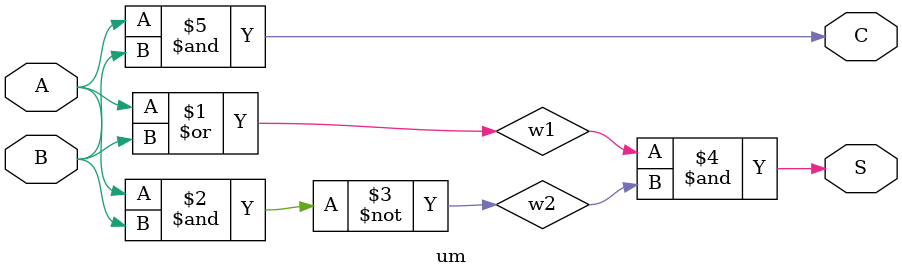
<source format=v>
module um(A, B, S, C);
  input A, B;
  output S, C;
  //Saídas Intermediárias
  wire w1, w2;
  //(Saída, Entrada1, Entrada2)
  or o0(w1, A, B);
  nand na0(w2, A, B);
  and a0(S, w1, w2);
  and a1(C, A, B);
  // and a1();

endmodule
  //[Mais significativo: Menos significativo]
  // input [5:0] AA;
  // input [0:5] AA;
</source>
